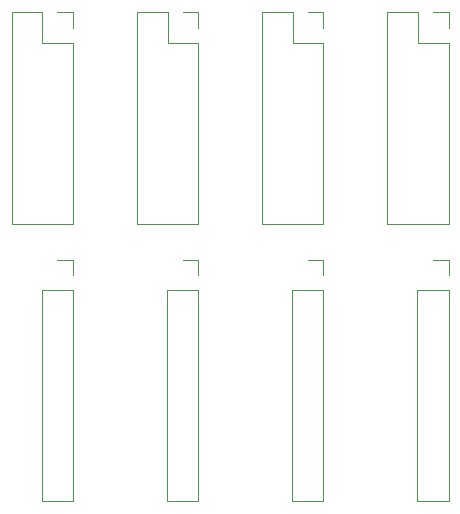
<source format=gbr>
%TF.GenerationSoftware,KiCad,Pcbnew,(5.1.6)-1*%
%TF.CreationDate,2020-08-10T13:34:50+09:00*%
%TF.ProjectId,BLDC__MD_Mounter,424c4443-5f5f-44d4-945f-4d6f756e7465,rev?*%
%TF.SameCoordinates,Original*%
%TF.FileFunction,Legend,Top*%
%TF.FilePolarity,Positive*%
%FSLAX46Y46*%
G04 Gerber Fmt 4.6, Leading zero omitted, Abs format (unit mm)*
G04 Created by KiCad (PCBNEW (5.1.6)-1) date 2020-08-10 13:34:50*
%MOMM*%
%LPD*%
G01*
G04 APERTURE LIST*
%ADD10C,0.120000*%
G04 APERTURE END LIST*
D10*
%TO.C,J4*%
X110000000Y-86599600D02*
X111330000Y-86599600D01*
X111330000Y-86599600D02*
X111330000Y-87929600D01*
X111330000Y-89199600D02*
X111330000Y-107039600D01*
X108670000Y-107039600D02*
X111330000Y-107039600D01*
X108670000Y-89199600D02*
X108670000Y-107039600D01*
X108670000Y-89199600D02*
X111330000Y-89199600D01*
%TO.C,J11*%
X131200000Y-86599600D02*
X132530000Y-86599600D01*
X132530000Y-86599600D02*
X132530000Y-87929600D01*
X132530000Y-89199600D02*
X132530000Y-107039600D01*
X129870000Y-107039600D02*
X132530000Y-107039600D01*
X129870000Y-89199600D02*
X129870000Y-107039600D01*
X129870000Y-89199600D02*
X132530000Y-89199600D01*
%TO.C,J14*%
X141800000Y-86599600D02*
X143130000Y-86599600D01*
X143130000Y-86599600D02*
X143130000Y-87929600D01*
X143130000Y-89199600D02*
X143130000Y-107039600D01*
X140470000Y-107039600D02*
X143130000Y-107039600D01*
X140470000Y-89199600D02*
X140470000Y-107039600D01*
X140470000Y-89199600D02*
X143130000Y-89199600D01*
%TO.C,J13*%
X141800000Y-65670000D02*
X143130000Y-65670000D01*
X143130000Y-65670000D02*
X143130000Y-67000000D01*
X140530000Y-65670000D02*
X140530000Y-68270000D01*
X140530000Y-68270000D02*
X143130000Y-68270000D01*
X143130000Y-68270000D02*
X143130000Y-83570000D01*
X137930000Y-83570000D02*
X143130000Y-83570000D01*
X137930000Y-65670000D02*
X137930000Y-83570000D01*
X137930000Y-65670000D02*
X140530000Y-65670000D01*
%TO.C,J10*%
X131200000Y-65670000D02*
X132530000Y-65670000D01*
X132530000Y-65670000D02*
X132530000Y-67000000D01*
X129930000Y-65670000D02*
X129930000Y-68270000D01*
X129930000Y-68270000D02*
X132530000Y-68270000D01*
X132530000Y-68270000D02*
X132530000Y-83570000D01*
X127330000Y-83570000D02*
X132530000Y-83570000D01*
X127330000Y-65670000D02*
X127330000Y-83570000D01*
X127330000Y-65670000D02*
X129930000Y-65670000D01*
%TO.C,J8*%
X120600000Y-86599600D02*
X121930000Y-86599600D01*
X121930000Y-86599600D02*
X121930000Y-87929600D01*
X121930000Y-89199600D02*
X121930000Y-107039600D01*
X119270000Y-107039600D02*
X121930000Y-107039600D01*
X119270000Y-89199600D02*
X119270000Y-107039600D01*
X119270000Y-89199600D02*
X121930000Y-89199600D01*
%TO.C,J7*%
X120600000Y-65670000D02*
X121930000Y-65670000D01*
X121930000Y-65670000D02*
X121930000Y-67000000D01*
X119330000Y-65670000D02*
X119330000Y-68270000D01*
X119330000Y-68270000D02*
X121930000Y-68270000D01*
X121930000Y-68270000D02*
X121930000Y-83570000D01*
X116730000Y-83570000D02*
X121930000Y-83570000D01*
X116730000Y-65670000D02*
X116730000Y-83570000D01*
X116730000Y-65670000D02*
X119330000Y-65670000D01*
%TO.C,J1*%
X110000000Y-65670000D02*
X111330000Y-65670000D01*
X111330000Y-65670000D02*
X111330000Y-67000000D01*
X108730000Y-65670000D02*
X108730000Y-68270000D01*
X108730000Y-68270000D02*
X111330000Y-68270000D01*
X111330000Y-68270000D02*
X111330000Y-83570000D01*
X106130000Y-83570000D02*
X111330000Y-83570000D01*
X106130000Y-65670000D02*
X106130000Y-83570000D01*
X106130000Y-65670000D02*
X108730000Y-65670000D01*
%TD*%
M02*

</source>
